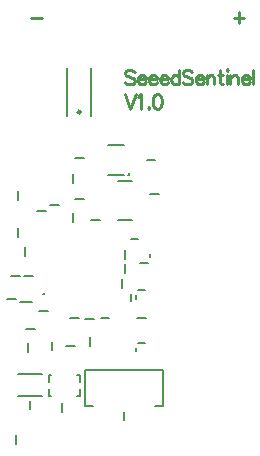
<source format=gto>
G04*
G04 #@! TF.GenerationSoftware,Altium Limited,Altium Designer,20.2.5 (213)*
G04*
G04 Layer_Color=65535*
%FSLAX25Y25*%
%MOIN*%
G70*
G04*
G04 #@! TF.SameCoordinates,C660A1F6-99E0-4939-AC29-5E4AD158EB90*
G04*
G04*
G04 #@! TF.FilePolarity,Positive*
G04*
G01*
G75*
%ADD10C,0.01000*%
%ADD11C,0.00591*%
D10*
X-31392Y-5356D02*
G03*
X-31392Y-5356I-200J0D01*
G01*
X-3123Y34427D02*
G03*
X-3123Y34427I-200J0D01*
G01*
X-19210Y55365D02*
G03*
X-19210Y55365I-500J0D01*
G01*
X-1264Y68629D02*
X-1714Y69078D01*
X-2389Y69303D01*
X-3289D01*
X-3963Y69078D01*
X-4413Y68629D01*
Y68179D01*
X-4188Y67729D01*
X-3963Y67504D01*
X-3514Y67279D01*
X-2164Y66829D01*
X-1714Y66604D01*
X-1489Y66379D01*
X-1264Y65929D01*
Y65255D01*
X-1714Y64805D01*
X-2389Y64580D01*
X-3289D01*
X-3963Y64805D01*
X-4413Y65255D01*
X-207Y66379D02*
X2492D01*
Y66829D01*
X2267Y67279D01*
X2042Y67504D01*
X1592Y67729D01*
X917D01*
X467Y67504D01*
X18Y67054D01*
X-207Y66379D01*
Y65929D01*
X18Y65255D01*
X467Y64805D01*
X917Y64580D01*
X1592D01*
X2042Y64805D01*
X2492Y65255D01*
X3504Y66379D02*
X6203D01*
Y66829D01*
X5978Y67279D01*
X5753Y67504D01*
X5303Y67729D01*
X4628D01*
X4179Y67504D01*
X3729Y67054D01*
X3504Y66379D01*
Y65929D01*
X3729Y65255D01*
X4179Y64805D01*
X4628Y64580D01*
X5303D01*
X5753Y64805D01*
X6203Y65255D01*
X7215Y66379D02*
X9914D01*
Y66829D01*
X9689Y67279D01*
X9464Y67504D01*
X9014Y67729D01*
X8340D01*
X7890Y67504D01*
X7440Y67054D01*
X7215Y66379D01*
Y65929D01*
X7440Y65255D01*
X7890Y64805D01*
X8340Y64580D01*
X9014D01*
X9464Y64805D01*
X9914Y65255D01*
X13625Y69303D02*
Y64580D01*
Y67054D02*
X13176Y67504D01*
X12726Y67729D01*
X12051D01*
X11601Y67504D01*
X11151Y67054D01*
X10926Y66379D01*
Y65929D01*
X11151Y65255D01*
X11601Y64805D01*
X12051Y64580D01*
X12726D01*
X13176Y64805D01*
X13625Y65255D01*
X18034Y68629D02*
X17584Y69078D01*
X16909Y69303D01*
X16010D01*
X15335Y69078D01*
X14885Y68629D01*
Y68179D01*
X15110Y67729D01*
X15335Y67504D01*
X15785Y67279D01*
X17134Y66829D01*
X17584Y66604D01*
X17809Y66379D01*
X18034Y65929D01*
Y65255D01*
X17584Y64805D01*
X16909Y64580D01*
X16010D01*
X15335Y64805D01*
X14885Y65255D01*
X19091Y66379D02*
X21790D01*
Y66829D01*
X21565Y67279D01*
X21340Y67504D01*
X20890Y67729D01*
X20216D01*
X19766Y67504D01*
X19316Y67054D01*
X19091Y66379D01*
Y65929D01*
X19316Y65255D01*
X19766Y64805D01*
X20216Y64580D01*
X20890D01*
X21340Y64805D01*
X21790Y65255D01*
X22802Y67729D02*
Y64580D01*
Y66829D02*
X23477Y67504D01*
X23927Y67729D01*
X24602D01*
X25052Y67504D01*
X25276Y66829D01*
Y64580D01*
X27188Y69303D02*
Y65480D01*
X27413Y64805D01*
X27863Y64580D01*
X28313D01*
X26514Y67729D02*
X28088D01*
X29438Y69303D02*
X29662Y69078D01*
X29888Y69303D01*
X29662Y69528D01*
X29438Y69303D01*
X29662Y67729D02*
Y64580D01*
X30720Y67729D02*
Y64580D01*
Y66829D02*
X31394Y67504D01*
X31844Y67729D01*
X32519D01*
X32969Y67504D01*
X33194Y66829D01*
Y64580D01*
X34431Y66379D02*
X37130D01*
Y66829D01*
X36905Y67279D01*
X36680Y67504D01*
X36230Y67729D01*
X35555D01*
X35106Y67504D01*
X34656Y67054D01*
X34431Y66379D01*
Y65929D01*
X34656Y65255D01*
X35106Y64805D01*
X35555Y64580D01*
X36230D01*
X36680Y64805D01*
X37130Y65255D01*
X38142Y69303D02*
Y64580D01*
X-4413Y61235D02*
X-2614Y56512D01*
X-815Y61235D02*
X-2614Y56512D01*
X-207Y60335D02*
X243Y60560D01*
X917Y61235D01*
Y56512D01*
X3481Y56962D02*
X3257Y56737D01*
X3481Y56512D01*
X3706Y56737D01*
X3481Y56962D01*
X6091Y61235D02*
X5416Y61010D01*
X4966Y60335D01*
X4741Y59211D01*
Y58536D01*
X4966Y57411D01*
X5416Y56737D01*
X6091Y56512D01*
X6540D01*
X7215Y56737D01*
X7665Y57411D01*
X7890Y58536D01*
Y59211D01*
X7665Y60335D01*
X7215Y61010D01*
X6540Y61235D01*
X6091D01*
X35338Y86835D02*
X31927D01*
X33633Y88541D02*
Y85130D01*
X-32261Y86730D02*
X-35672D01*
D11*
X-40018Y-39403D02*
X-32118D01*
X-40035Y-32043D02*
X-32135D01*
X5403Y-42520D02*
X8189D01*
X-17795D02*
X-15009D01*
X-17795Y-30709D02*
X8095D01*
X8152Y-42463D02*
Y-30652D01*
X-17795Y-42520D02*
Y-30709D01*
X-6680Y19260D02*
X-2180D01*
X-6680Y32460D02*
X-2180D01*
X-20328Y-39469D02*
X-19540D01*
Y-37107D01*
X-29869Y-32442D02*
X-29082D01*
X-29869Y-34805D02*
Y-32442D01*
Y-39469D02*
X-29082D01*
X-29869D02*
Y-37107D01*
X-20374Y-32412D02*
X-19587D01*
Y-34775D02*
Y-32412D01*
X-10123Y44327D02*
X-4823D01*
X-10223Y34427D02*
X-4923D01*
X-5598Y-3418D02*
Y-451D01*
X-358Y-13358D02*
X2609D01*
X-4367Y1700D02*
Y4667D01*
X-36799Y-24742D02*
Y-21775D01*
X-28728Y-24140D02*
Y-21172D01*
X-40760Y-55402D02*
Y-52435D01*
X-2392Y-7777D02*
Y-5477D01*
X-2355Y12964D02*
X-55D01*
X-21212Y26317D02*
X-18245D01*
X-39331Y-8037D02*
X-35331D01*
X-43738Y-7112D02*
X-40770D01*
X-21212Y40097D02*
X-18245D01*
X-861Y-6874D02*
Y-5693D01*
X-74Y-3921D02*
X2387D01*
X-861Y-24441D02*
Y-23259D01*
X-74Y-21488D02*
X2387D01*
X3912Y6905D02*
Y8087D01*
X665Y5134D02*
X3125D01*
X-4614Y-47467D02*
Y-44499D01*
X-25516Y-44587D02*
Y-41620D01*
X-15749Y19295D02*
X-12782D01*
X-29418Y24323D02*
X-26451D01*
X-36224Y-43806D02*
Y-40838D01*
X3973Y27980D02*
X6940D01*
X-42545Y775D02*
X-39578D01*
X-38073Y823D02*
X-35106D01*
X-37361Y-17069D02*
X-34393D01*
X-33891Y22294D02*
X-30924D01*
X-32973Y-11118D02*
X-30006D01*
X-12599Y-13382D02*
X-9632D01*
X-17718Y-13776D02*
X-14750D01*
X-21667Y18640D02*
Y21608D01*
X-4392Y6388D02*
Y9355D01*
X-37610Y7393D02*
Y10360D01*
X-22719Y-13173D02*
X-19751D01*
X-39986Y13724D02*
Y16691D01*
X-39974Y25904D02*
Y28872D01*
X-21667Y31717D02*
Y34684D01*
X2772Y39374D02*
X5720D01*
X-23999Y-22536D02*
X-21052D01*
X-16250Y-22612D02*
Y-19680D01*
X-23710Y53928D02*
X-23647Y69932D01*
X-15773D02*
X-15710Y53928D01*
M02*

</source>
